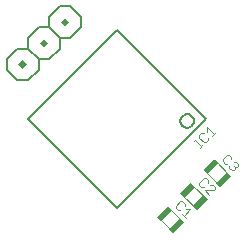
<source format=gto>
G75*
%MOIN*%
%OFA0B0*%
%FSLAX24Y24*%
%IPPOS*%
%LPD*%
%AMOC8*
5,1,8,0,0,1.08239X$1,22.5*
%
%ADD10C,0.0050*%
%ADD11C,0.0040*%
%ADD12C,0.0060*%
%ADD13R,0.0200X0.0200*%
%ADD14R,0.0197X0.0512*%
D10*
X002755Y005333D02*
X005725Y002363D01*
X008695Y005333D01*
X005725Y008303D01*
X002755Y005333D01*
X007834Y005262D02*
X007836Y005291D01*
X007842Y005320D01*
X007851Y005348D01*
X007864Y005374D01*
X007880Y005398D01*
X007900Y005420D01*
X007922Y005440D01*
X007946Y005456D01*
X007972Y005469D01*
X008000Y005478D01*
X008029Y005484D01*
X008058Y005486D01*
X008087Y005484D01*
X008116Y005478D01*
X008144Y005469D01*
X008170Y005456D01*
X008194Y005440D01*
X008216Y005420D01*
X008236Y005398D01*
X008252Y005374D01*
X008265Y005348D01*
X008274Y005320D01*
X008280Y005291D01*
X008282Y005262D01*
X008280Y005233D01*
X008274Y005204D01*
X008265Y005176D01*
X008252Y005150D01*
X008236Y005126D01*
X008216Y005104D01*
X008194Y005084D01*
X008170Y005068D01*
X008144Y005055D01*
X008116Y005046D01*
X008087Y005040D01*
X008058Y005038D01*
X008029Y005040D01*
X008000Y005046D01*
X007972Y005055D01*
X007946Y005068D01*
X007922Y005084D01*
X007900Y005104D01*
X007880Y005126D01*
X007864Y005150D01*
X007851Y005176D01*
X007842Y005204D01*
X007836Y005233D01*
X007834Y005262D01*
D11*
X008347Y004666D02*
X008273Y004593D01*
X008310Y004629D02*
X008529Y004410D01*
X008493Y004373D02*
X008566Y004446D01*
X008608Y004562D02*
X008681Y004562D01*
X008754Y004635D01*
X008754Y004708D01*
X008873Y004753D02*
X009019Y004899D01*
X008946Y004826D02*
X008726Y005046D01*
X008726Y004899D01*
X008608Y004854D02*
X008535Y004854D01*
X008462Y004781D01*
X008462Y004708D01*
X008608Y004562D01*
X008972Y003954D02*
X009487Y003439D01*
X009544Y003614D02*
X009471Y003687D01*
X009471Y003760D01*
X009389Y003842D02*
X009316Y003842D01*
X009243Y003915D01*
X009243Y003988D01*
X009389Y004134D01*
X009462Y004134D01*
X009535Y004061D01*
X009535Y003988D01*
X009617Y003906D02*
X009690Y003906D01*
X009763Y003833D01*
X009763Y003760D01*
X009727Y003723D01*
X009653Y003723D01*
X009653Y003650D01*
X009617Y003614D01*
X009544Y003614D01*
X009653Y003723D02*
X009617Y003760D01*
X009153Y003105D02*
X008638Y003620D01*
X008610Y003355D02*
X008463Y003209D01*
X008463Y003135D01*
X008537Y003062D01*
X008610Y003062D01*
X008655Y002944D02*
X008947Y002944D01*
X008984Y002981D01*
X008984Y003054D01*
X008911Y003127D01*
X008838Y003127D01*
X008756Y003209D02*
X008756Y003282D01*
X008683Y003355D01*
X008610Y003355D01*
X008655Y002944D02*
X008801Y002798D01*
X008708Y002660D02*
X008193Y003175D01*
X007859Y002840D02*
X008374Y002325D01*
X008168Y002311D02*
X007949Y002092D01*
X007875Y002165D02*
X008022Y002019D01*
X007929Y001880D02*
X007414Y002395D01*
X007684Y002429D02*
X007684Y002356D01*
X007757Y002283D01*
X007830Y002283D01*
X007684Y002429D02*
X007830Y002576D01*
X007903Y002576D01*
X007977Y002502D01*
X007977Y002429D01*
X008022Y002311D02*
X008168Y002311D01*
X007595Y001546D02*
X007080Y002061D01*
D12*
X002753Y006613D02*
X002399Y006613D01*
X002046Y006966D01*
X002046Y007320D01*
X002399Y007673D01*
X002753Y007673D01*
X002753Y008027D01*
X003107Y008380D01*
X003460Y008380D01*
X003460Y008734D01*
X003814Y009087D01*
X004167Y009087D01*
X004521Y008734D01*
X004521Y008380D01*
X004167Y008027D01*
X003814Y008027D01*
X003814Y007673D01*
X003460Y007320D01*
X003107Y007320D01*
X003107Y006966D01*
X002753Y006613D01*
X003107Y007320D02*
X002753Y007673D01*
X003460Y008380D02*
X003814Y008027D01*
D13*
G36*
X004131Y008557D02*
X003990Y008416D01*
X003849Y008557D01*
X003990Y008698D01*
X004131Y008557D01*
G37*
G36*
X003424Y007850D02*
X003283Y007709D01*
X003142Y007850D01*
X003283Y007991D01*
X003424Y007850D01*
G37*
G36*
X002717Y007143D02*
X002576Y007002D01*
X002435Y007143D01*
X002576Y007284D01*
X002717Y007143D01*
G37*
D14*
G36*
X007184Y001930D02*
X007045Y002069D01*
X007406Y002430D01*
X007545Y002291D01*
X007184Y001930D01*
G37*
G36*
X007602Y001512D02*
X007463Y001651D01*
X007824Y002012D01*
X007963Y001873D01*
X007602Y001512D01*
G37*
G36*
X008381Y002291D02*
X008242Y002430D01*
X008603Y002791D01*
X008742Y002652D01*
X008381Y002291D01*
G37*
G36*
X007964Y002709D02*
X007825Y002848D01*
X008186Y003209D01*
X008325Y003070D01*
X007964Y002709D01*
G37*
G36*
X008743Y003488D02*
X008604Y003627D01*
X008965Y003988D01*
X009104Y003849D01*
X008743Y003488D01*
G37*
G36*
X009160Y003070D02*
X009021Y003209D01*
X009382Y003570D01*
X009521Y003431D01*
X009160Y003070D01*
G37*
M02*

</source>
